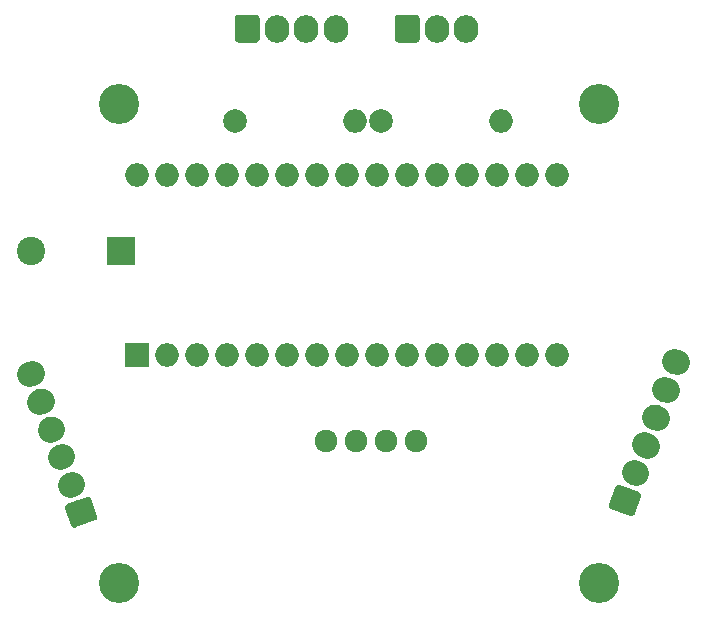
<source format=gbr>
G04 #@! TF.GenerationSoftware,KiCad,Pcbnew,(5.1.2)-2*
G04 #@! TF.CreationDate,2019-10-20T14:28:16-03:00*
G04 #@! TF.ProjectId,flight_computer,666c6967-6874-45f6-936f-6d7075746572,rev?*
G04 #@! TF.SameCoordinates,Original*
G04 #@! TF.FileFunction,Soldermask,Bot*
G04 #@! TF.FilePolarity,Negative*
%FSLAX46Y46*%
G04 Gerber Fmt 4.6, Leading zero omitted, Abs format (unit mm)*
G04 Created by KiCad (PCBNEW (5.1.2)-2) date 2019-10-20 14:28:16*
%MOMM*%
%LPD*%
G04 APERTURE LIST*
%ADD10C,1.924000*%
%ADD11R,2.000000X2.000000*%
%ADD12O,2.000000X2.000000*%
%ADD13C,2.100000*%
%ADD14C,2.100000*%
%ADD15C,0.100000*%
%ADD16O,2.100000X2.350000*%
%ADD17C,3.400000*%
%ADD18R,2.400000X2.400000*%
%ADD19C,2.400000*%
%ADD20C,2.000000*%
G04 APERTURE END LIST*
D10*
X72120000Y-69780000D03*
X69580000Y-69780000D03*
X74660000Y-69780000D03*
X67040000Y-69780000D03*
D11*
X51000000Y-62450000D03*
D12*
X84020000Y-47210000D03*
X53540000Y-62450000D03*
X81480000Y-47210000D03*
X56080000Y-62450000D03*
X78940000Y-47210000D03*
X58620000Y-62450000D03*
X76400000Y-47210000D03*
X61160000Y-62450000D03*
X73860000Y-47210000D03*
X63700000Y-62450000D03*
X71320000Y-47210000D03*
X66240000Y-62450000D03*
X68780000Y-47210000D03*
X68780000Y-62450000D03*
X66240000Y-47210000D03*
X71320000Y-62450000D03*
X63700000Y-47210000D03*
X73860000Y-62450000D03*
X61160000Y-47210000D03*
X76400000Y-62450000D03*
X58620000Y-47210000D03*
X78940000Y-62450000D03*
X56080000Y-47210000D03*
X81480000Y-62450000D03*
X53540000Y-47210000D03*
X84020000Y-62450000D03*
X51000000Y-47210000D03*
X86560000Y-62450000D03*
X86560000Y-47210000D03*
D13*
X42024748Y-64053842D03*
D14*
X41907286Y-64096595D02*
X42142210Y-64011089D01*
D13*
X42879799Y-66403074D03*
D14*
X42762337Y-66445827D02*
X42997261Y-66360321D01*
D13*
X43734849Y-68752305D03*
D14*
X43617387Y-68795058D02*
X43852311Y-68709552D01*
D13*
X44589899Y-71101537D03*
D14*
X44472437Y-71144290D02*
X44707361Y-71058784D01*
D13*
X45444950Y-73450768D03*
D14*
X45327488Y-73493521D02*
X45562412Y-73408015D01*
D15*
G36*
X46904090Y-74501548D02*
G01*
X46933846Y-74507298D01*
X46962895Y-74515937D01*
X46990957Y-74527382D01*
X47017763Y-74541523D01*
X47043053Y-74558222D01*
X47066585Y-74577321D01*
X47088131Y-74598633D01*
X47107485Y-74621955D01*
X47124459Y-74647062D01*
X47138891Y-74673712D01*
X47150642Y-74701647D01*
X47657637Y-76094605D01*
X47666592Y-76123558D01*
X47672667Y-76153250D01*
X47675802Y-76183394D01*
X47675967Y-76213700D01*
X47673161Y-76243876D01*
X47667411Y-76273632D01*
X47658772Y-76302681D01*
X47647327Y-76330743D01*
X47633186Y-76357549D01*
X47616487Y-76382839D01*
X47597388Y-76406371D01*
X47576076Y-76427917D01*
X47552754Y-76447271D01*
X47527647Y-76464245D01*
X47500997Y-76478677D01*
X47473062Y-76490428D01*
X45845181Y-77082928D01*
X45816228Y-77091883D01*
X45786536Y-77097958D01*
X45756392Y-77101093D01*
X45726086Y-77101258D01*
X45695910Y-77098452D01*
X45666154Y-77092702D01*
X45637105Y-77084063D01*
X45609043Y-77072618D01*
X45582237Y-77058477D01*
X45556947Y-77041778D01*
X45533415Y-77022679D01*
X45511869Y-77001367D01*
X45492515Y-76978045D01*
X45475541Y-76952938D01*
X45461109Y-76926288D01*
X45449358Y-76898353D01*
X44942363Y-75505395D01*
X44933408Y-75476442D01*
X44927333Y-75446750D01*
X44924198Y-75416606D01*
X44924033Y-75386300D01*
X44926839Y-75356124D01*
X44932589Y-75326368D01*
X44941228Y-75297319D01*
X44952673Y-75269257D01*
X44966814Y-75242451D01*
X44983513Y-75217161D01*
X45002612Y-75193629D01*
X45023924Y-75172083D01*
X45047246Y-75152729D01*
X45072353Y-75135755D01*
X45099003Y-75121323D01*
X45126938Y-75109572D01*
X46754819Y-74517072D01*
X46783772Y-74508117D01*
X46813464Y-74502042D01*
X46843608Y-74498907D01*
X46873914Y-74498742D01*
X46904090Y-74501548D01*
X46904090Y-74501548D01*
G37*
D13*
X46300000Y-75800000D03*
X96615151Y-63052305D03*
D14*
X96497689Y-63009552D02*
X96732613Y-63095058D01*
D13*
X95760100Y-65401537D03*
D14*
X95642638Y-65358784D02*
X95877562Y-65444290D01*
D13*
X94905050Y-67750768D03*
D14*
X94787588Y-67708015D02*
X95022512Y-67793521D01*
D13*
X94050000Y-70100000D03*
D14*
X93932538Y-70057247D02*
X94167462Y-70142753D01*
D13*
X93194949Y-72449231D03*
D14*
X93077487Y-72406478D02*
X93312411Y-72491984D01*
D15*
G36*
X91796291Y-73497370D02*
G01*
X91826435Y-73500505D01*
X91856127Y-73506580D01*
X91885080Y-73515535D01*
X93512961Y-74108035D01*
X93540896Y-74119786D01*
X93567546Y-74134218D01*
X93592653Y-74151192D01*
X93615975Y-74170546D01*
X93637287Y-74192092D01*
X93656386Y-74215624D01*
X93673085Y-74240914D01*
X93687226Y-74267720D01*
X93698671Y-74295782D01*
X93707310Y-74324831D01*
X93713060Y-74354587D01*
X93715866Y-74384763D01*
X93715701Y-74415069D01*
X93712566Y-74445213D01*
X93706491Y-74474905D01*
X93697536Y-74503858D01*
X93190541Y-75896816D01*
X93178790Y-75924751D01*
X93164358Y-75951401D01*
X93147384Y-75976508D01*
X93128030Y-75999830D01*
X93106484Y-76021142D01*
X93082952Y-76040241D01*
X93057662Y-76056940D01*
X93030856Y-76071081D01*
X93002794Y-76082526D01*
X92973745Y-76091165D01*
X92943989Y-76096915D01*
X92913813Y-76099721D01*
X92883507Y-76099556D01*
X92853363Y-76096421D01*
X92823671Y-76090346D01*
X92794718Y-76081391D01*
X91166837Y-75488891D01*
X91138902Y-75477140D01*
X91112252Y-75462708D01*
X91087145Y-75445734D01*
X91063823Y-75426380D01*
X91042511Y-75404834D01*
X91023412Y-75381302D01*
X91006713Y-75356012D01*
X90992572Y-75329206D01*
X90981127Y-75301144D01*
X90972488Y-75272095D01*
X90966738Y-75242339D01*
X90963932Y-75212163D01*
X90964097Y-75181857D01*
X90967232Y-75151713D01*
X90973307Y-75122021D01*
X90982262Y-75093068D01*
X91489257Y-73700110D01*
X91501008Y-73672175D01*
X91515440Y-73645525D01*
X91532414Y-73620418D01*
X91551768Y-73597096D01*
X91573314Y-73575784D01*
X91596846Y-73556685D01*
X91622136Y-73539986D01*
X91648942Y-73525845D01*
X91677004Y-73514400D01*
X91706053Y-73505761D01*
X91735809Y-73500011D01*
X91765985Y-73497205D01*
X91796291Y-73497370D01*
X91796291Y-73497370D01*
G37*
D13*
X92339899Y-74798463D03*
D16*
X67850000Y-34850000D03*
X65350000Y-34850000D03*
X62850000Y-34850000D03*
D15*
G36*
X61121447Y-33676487D02*
G01*
X61151425Y-33680934D01*
X61180824Y-33688298D01*
X61209358Y-33698508D01*
X61236755Y-33711465D01*
X61262750Y-33727046D01*
X61287092Y-33745100D01*
X61309548Y-33765452D01*
X61329900Y-33787908D01*
X61347954Y-33812250D01*
X61363535Y-33838245D01*
X61376492Y-33865642D01*
X61386702Y-33894176D01*
X61394066Y-33923575D01*
X61398513Y-33953553D01*
X61400000Y-33983823D01*
X61400000Y-35716177D01*
X61398513Y-35746447D01*
X61394066Y-35776425D01*
X61386702Y-35805824D01*
X61376492Y-35834358D01*
X61363535Y-35861755D01*
X61347954Y-35887750D01*
X61329900Y-35912092D01*
X61309548Y-35934548D01*
X61287092Y-35954900D01*
X61262750Y-35972954D01*
X61236755Y-35988535D01*
X61209358Y-36001492D01*
X61180824Y-36011702D01*
X61151425Y-36019066D01*
X61121447Y-36023513D01*
X61091177Y-36025000D01*
X59608823Y-36025000D01*
X59578553Y-36023513D01*
X59548575Y-36019066D01*
X59519176Y-36011702D01*
X59490642Y-36001492D01*
X59463245Y-35988535D01*
X59437250Y-35972954D01*
X59412908Y-35954900D01*
X59390452Y-35934548D01*
X59370100Y-35912092D01*
X59352046Y-35887750D01*
X59336465Y-35861755D01*
X59323508Y-35834358D01*
X59313298Y-35805824D01*
X59305934Y-35776425D01*
X59301487Y-35746447D01*
X59300000Y-35716177D01*
X59300000Y-33983823D01*
X59301487Y-33953553D01*
X59305934Y-33923575D01*
X59313298Y-33894176D01*
X59323508Y-33865642D01*
X59336465Y-33838245D01*
X59352046Y-33812250D01*
X59370100Y-33787908D01*
X59390452Y-33765452D01*
X59412908Y-33745100D01*
X59437250Y-33727046D01*
X59463245Y-33711465D01*
X59490642Y-33698508D01*
X59519176Y-33688298D01*
X59548575Y-33680934D01*
X59578553Y-33676487D01*
X59608823Y-33675000D01*
X61091177Y-33675000D01*
X61121447Y-33676487D01*
X61121447Y-33676487D01*
G37*
D13*
X60350000Y-34850000D03*
D16*
X78900000Y-34850000D03*
X76400000Y-34850000D03*
D15*
G36*
X74671447Y-33676487D02*
G01*
X74701425Y-33680934D01*
X74730824Y-33688298D01*
X74759358Y-33698508D01*
X74786755Y-33711465D01*
X74812750Y-33727046D01*
X74837092Y-33745100D01*
X74859548Y-33765452D01*
X74879900Y-33787908D01*
X74897954Y-33812250D01*
X74913535Y-33838245D01*
X74926492Y-33865642D01*
X74936702Y-33894176D01*
X74944066Y-33923575D01*
X74948513Y-33953553D01*
X74950000Y-33983823D01*
X74950000Y-35716177D01*
X74948513Y-35746447D01*
X74944066Y-35776425D01*
X74936702Y-35805824D01*
X74926492Y-35834358D01*
X74913535Y-35861755D01*
X74897954Y-35887750D01*
X74879900Y-35912092D01*
X74859548Y-35934548D01*
X74837092Y-35954900D01*
X74812750Y-35972954D01*
X74786755Y-35988535D01*
X74759358Y-36001492D01*
X74730824Y-36011702D01*
X74701425Y-36019066D01*
X74671447Y-36023513D01*
X74641177Y-36025000D01*
X73158823Y-36025000D01*
X73128553Y-36023513D01*
X73098575Y-36019066D01*
X73069176Y-36011702D01*
X73040642Y-36001492D01*
X73013245Y-35988535D01*
X72987250Y-35972954D01*
X72962908Y-35954900D01*
X72940452Y-35934548D01*
X72920100Y-35912092D01*
X72902046Y-35887750D01*
X72886465Y-35861755D01*
X72873508Y-35834358D01*
X72863298Y-35805824D01*
X72855934Y-35776425D01*
X72851487Y-35746447D01*
X72850000Y-35716177D01*
X72850000Y-33983823D01*
X72851487Y-33953553D01*
X72855934Y-33923575D01*
X72863298Y-33894176D01*
X72873508Y-33865642D01*
X72886465Y-33838245D01*
X72902046Y-33812250D01*
X72920100Y-33787908D01*
X72940452Y-33765452D01*
X72962908Y-33745100D01*
X72987250Y-33727046D01*
X73013245Y-33711465D01*
X73040642Y-33698508D01*
X73069176Y-33688298D01*
X73098575Y-33680934D01*
X73128553Y-33676487D01*
X73158823Y-33675000D01*
X74641177Y-33675000D01*
X74671447Y-33676487D01*
X74671447Y-33676487D01*
G37*
D13*
X73900000Y-34850000D03*
D17*
X49500000Y-41200000D03*
X90100000Y-41200000D03*
X90100000Y-81800000D03*
X49500000Y-81800000D03*
D18*
X49650000Y-53700000D03*
D19*
X42050000Y-53700000D03*
D20*
X59300000Y-42650000D03*
D12*
X69460000Y-42650000D03*
X81810000Y-42650000D03*
D20*
X71650000Y-42650000D03*
M02*

</source>
